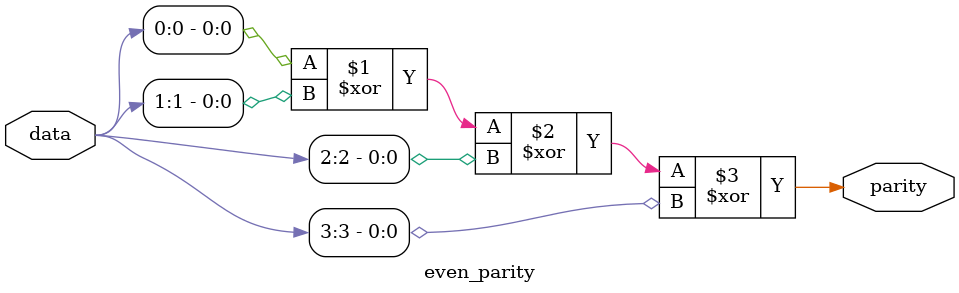
<source format=v>
module even_parity(
   input [3:0]data,
   output parity
);
    
    assign parity = data[0]^data[1]^data[2]^data[3];
    
endmodule

</source>
